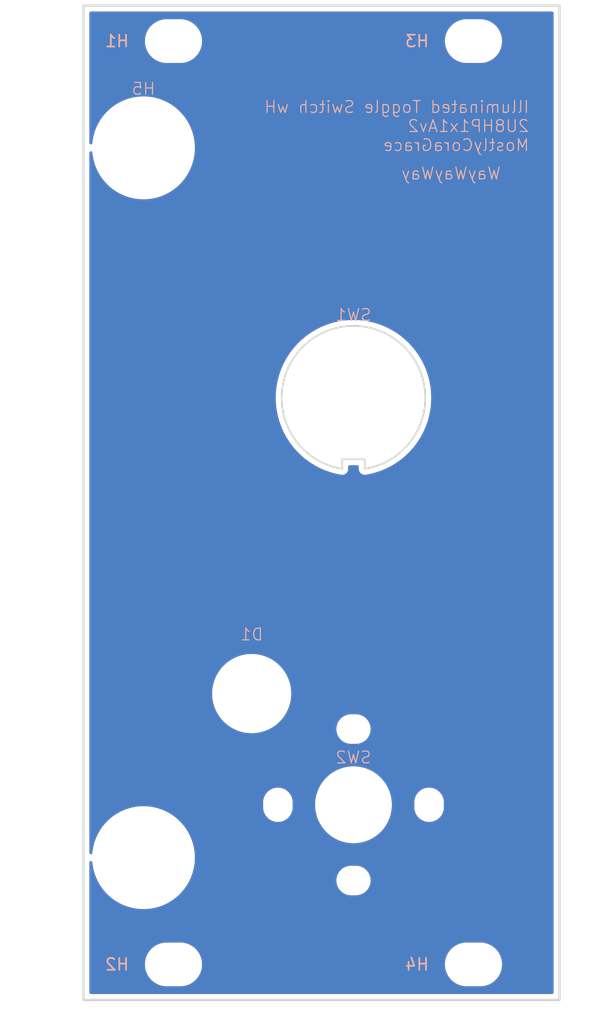
<source format=kicad_pcb>
(kicad_pcb (version 20241229) (generator "pcbnew") (generator_version "9.0")
  (layers (0 "F.Cu" signal) (2 "B.Cu" signal) (13 "F.Paste" user) (15 "B.Paste" user) (5 "F.SilkS" user "F.Silkscreen") (7 "B.SilkS" user "B.Silkscreen") (1 "F.Mask" user) (3 "B.Mask" user) (25 "Edge.Cuts" user))
  (net 0 "")
  (footprint "EXC:MountingHole_3.2mm_M3" (layer "F.Cu") (at 33.02 5.425)
    (property "Reference" "H3" (at -3.683 0 0) (layer "B.SilkS") (effects (justify left mirror)))
    (property "Value" "Eurorack_M3_MountingHole")
    (pad "" np_thru_hole oval (at 0 0) (size 4.34 3.2) (drill oval 4.34 3.2) (layers "*.Cu" "*.Mask"))
  )
  (footprint "EXC:MountingHole_3.2mm_M3" (layer "F.Cu") (at 7.62 5.425)
    (property "Reference" "H1" (at -3.683 0 0) (layer "B.SilkS") (effects (justify left mirror)))
    (property "Value" "Eurorack_M3_MountingHole")
    (pad "" np_thru_hole oval (at 0 0) (size 4.34 3.2) (drill oval 4.34 3.2) (layers "*.Cu" "*.Mask"))
  )
  (footprint "EXC:SW_SPDT_M6_Panel_Mount" (layer "F.Cu") (at 22.86 69.9825)
    (property "Reference" "SW2" (at 0 -4 0) (layer "B.SilkS") (effects (font (thickness 0.1)) (justify mirror)))
    (property "Value" "SW_SPST_M6_MOUNT")
    (pad "" np_thru_hole oval (at -6.4 0) (size 2 2.4) (drill oval 2 2.4) (layers "*.Cu" "*.Mask"))
    (pad "" np_thru_hole oval (at 0 -6.4) (size 2.4 2) (drill oval 2.4 2) (layers "*.Cu" "*.Mask"))
    (pad "" np_thru_hole circle (at 0 0) (size 6 6) (drill 6) (layers "*.Cu" "*.Mask"))
    (pad "" np_thru_hole oval (at 0 6.4) (size 2.4 2) (drill oval 2.4 2) (layers "*.Cu" "*.Mask"))
    (pad "" np_thru_hole oval (at 6.4 0) (size 2 2.4) (drill oval 2 2.4) (layers "*.Cu" "*.Mask"))
  )
  (footprint "EXC:MountingHole_3.2mm_M3" (layer "F.Cu") (at 7.62 83.475)
    (property "Reference" "H2" (at -3.683 0 0) (layer "B.SilkS") (effects (justify left mirror)))
    (property "Value" "Eurorack_M3_MountingHole")
    (pad "" np_thru_hole oval (at 0 0) (size 4.34 3.2) (drill oval 4.34 3.2) (layers "*.Cu" "*.Mask"))
  )
  (footprint "EXC:6mm_Panel_Mount_LED" (layer "F.Cu") (at 14.24 60.5825)
    (property "Reference" "D1" (at 0 -5 0) (layer "B.SilkS") (effects (font (thickness 0.1)) (justify mirror)))
    (property "Value" "6mm_Panel_Mount_LED")
    (pad "" np_thru_hole circle (at 0 0) (size 6.2 6.2) (drill 6.2) (layers "*.Cu" "*.Mask"))
  )
  (footprint "EXC:Handle_2UM4P60_B" (layer "F.Cu") (at 5.08 14.45)
    (property "Reference" "H5" (at 0 -5 0) (layer "B.SilkS") (effects (font (thickness 0.1)) (justify mirror)))
    (property "Value" "Handle_2UM4P60_PanelMount_B")
    (pad "" np_thru_hole circle (at 0 0) (size 8.2 8.2) (drill 8.2) (layers "*.Cu" "*.Mask"))
    (pad "" np_thru_hole circle (at 0 60) (size 8.2 8.2) (drill 8.2) (layers "*.Cu" "*.Mask"))
  )
  (footprint "EXC:Illuminated_Toggle_Switch_M12" (layer "F.Cu") (at 22.86 35.5787)
    (property "Reference" "SW1" (at 0 -7 0) (layer "B.SilkS") (effects (font (thickness 0.1)) (justify mirror)))
    (property "Value" "SW_Covered_SPST_w/LED_Panel_Mount")
    (fp_line (start -0.95 5.2) (end -0.95 6.00643) (stroke (width 0.15)) (layer "Edge.Cuts"))
    (fp_line (start -0.95 5.2) (end 0.95 5.2) (stroke (width 0.15)) (layer "Edge.Cuts"))
    (fp_line (start 0.95 5.2) (end 0.95 6.00643) (stroke (width 0.15)) (layer "Edge.Cuts"))
    (fp_arc (start -0.95 6.00643) (mid 0 -6.08132) (end 0.95 6.00643) (stroke (width 0.15)) (layer "Edge.Cuts"))
  )
  (footprint "EXC:MountingHole_3.2mm_M3" (layer "F.Cu") (at 33.02 83.475)
    (property "Reference" "H4" (at -3.683 0 0) (layer "B.SilkS") (effects (justify left mirror)))
    (property "Value" "Eurorack_M3_MountingHole")
    (pad "" np_thru_hole oval (at 0 0) (size 4.34 3.2) (drill oval 4.34 3.2) (layers "*.Cu" "*.Mask"))
  )
  (gr_rect (start 0 2.425) (end 40.3 86.475) (stroke (width 0.2)) (fill no) (layer "Edge.Cuts"))
  (gr_text "Illuminated Toggle Switch wH\n2U8HP1x1Av2\nMostlyCoraGrace" (at 37.8 14.8 0) (layer "B.SilkS") (effects (font (size 1 1) (thickness 0.1)) (justify left bottom mirror)))
  (gr_text "WayWayWay" (at 35.4 17.2 0) (layer "B.SilkS") (effects (font (size 1 1) (thickness 0.1)) (justify left bottom mirror)))
  (zone (net 0) (net_name "") (layers "F.Cu" "B.Cu") (connect_pads (clearance 0.5)) (min_thickness 0.25) (fill yes (thermal_gap 0.5) (thermal_bridge_width 0.5) (island_removal_mode 1) (island_area_min 10))
    (polygon (pts (xy 0 2.425) (xy 40.3 2.425) (xy 40.3 86.475) (xy 0 86.475)))
  )
)
</source>
